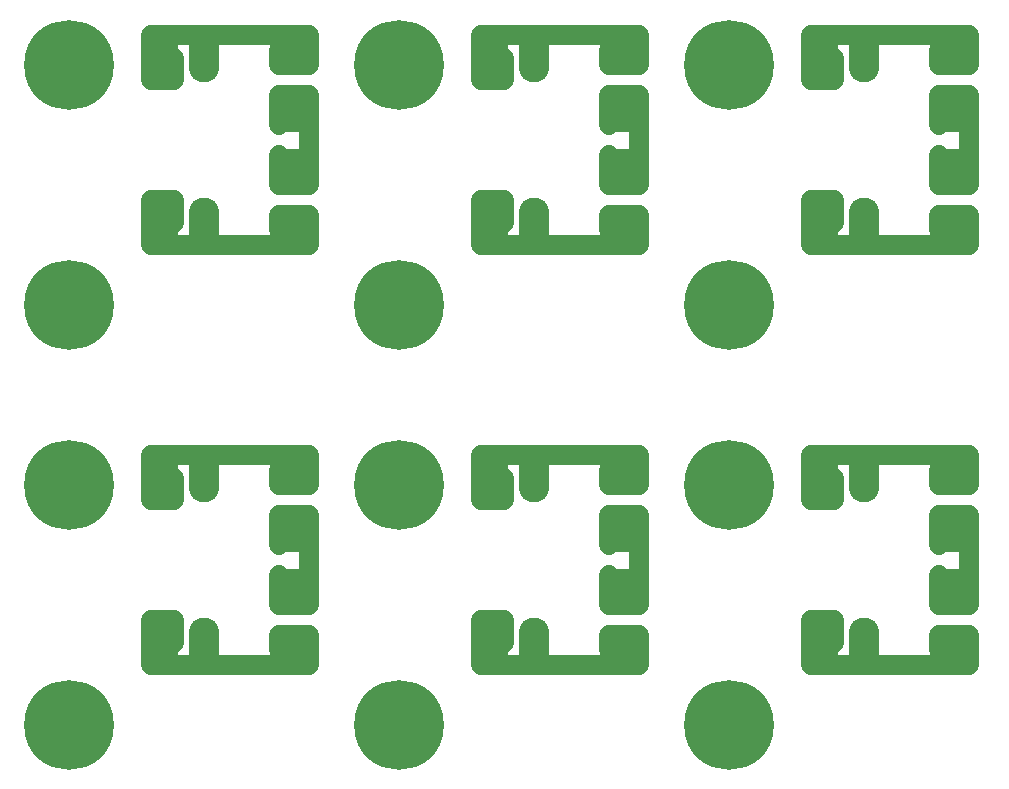
<source format=gbr>
%FSLAX34Y34*%
%MOMM*%
%LNSOLDERMASK_BOTTOM*%
G71*
G01*
%ADD10C, 2.60*%
%ADD11C, 7.60*%
%ADD12C, 1.70*%
%LPD*%
G36*
X256055Y756700D02*
X245525Y767230D01*
X245525Y782170D01*
X256055Y792700D01*
X270995Y792700D01*
X281525Y782170D01*
X281525Y767230D01*
X270995Y756700D01*
X256055Y756700D01*
G37*
G36*
X256055Y807500D02*
X245525Y818030D01*
X245525Y832970D01*
X256055Y843500D01*
X270995Y843500D01*
X281525Y832970D01*
X281525Y818030D01*
X270995Y807500D01*
X256055Y807500D01*
G37*
G36*
X256055Y858300D02*
X245525Y868830D01*
X245525Y883770D01*
X256055Y894300D01*
X270995Y894300D01*
X281525Y883770D01*
X281525Y868830D01*
X270995Y858300D01*
X256055Y858300D01*
G37*
G36*
X256055Y909100D02*
X245525Y919630D01*
X245525Y934570D01*
X256055Y945100D01*
X270995Y945100D01*
X281525Y934570D01*
X281525Y919630D01*
X270995Y909100D01*
X256055Y909100D01*
G37*
X187325Y928688D02*
G54D10*
D03*
X187325Y927100D02*
G54D10*
D03*
X187325Y925512D02*
G54D10*
D03*
X187325Y923925D02*
G54D10*
D03*
X187325Y922338D02*
G54D10*
D03*
X187325Y920750D02*
G54D10*
D03*
X187325Y919162D02*
G54D10*
D03*
X187325Y917575D02*
G54D10*
D03*
X187325Y915988D02*
G54D10*
D03*
X187325Y914400D02*
G54D10*
D03*
X187325Y912812D02*
G54D10*
D03*
X152400Y928688D02*
G54D10*
D03*
X152400Y927100D02*
G54D10*
D03*
X152400Y925512D02*
G54D10*
D03*
X152400Y923925D02*
G54D10*
D03*
X152400Y922338D02*
G54D10*
D03*
X152400Y920750D02*
G54D10*
D03*
X152400Y919162D02*
G54D10*
D03*
X152400Y917575D02*
G54D10*
D03*
X152400Y915988D02*
G54D10*
D03*
X152400Y914400D02*
G54D10*
D03*
X152400Y912812D02*
G54D10*
D03*
X187325Y788988D02*
G54D10*
D03*
X187325Y787400D02*
G54D10*
D03*
X187325Y785812D02*
G54D10*
D03*
X187325Y784225D02*
G54D10*
D03*
X187325Y782638D02*
G54D10*
D03*
X187325Y781050D02*
G54D10*
D03*
X187325Y779462D02*
G54D10*
D03*
X187325Y777875D02*
G54D10*
D03*
X187325Y776288D02*
G54D10*
D03*
X187325Y774700D02*
G54D10*
D03*
X187325Y773112D02*
G54D10*
D03*
X152400Y787400D02*
G54D10*
D03*
X152400Y788988D02*
G54D10*
D03*
X152400Y785812D02*
G54D10*
D03*
X152400Y784225D02*
G54D10*
D03*
X152400Y782638D02*
G54D10*
D03*
X152400Y781050D02*
G54D10*
D03*
X152400Y779462D02*
G54D10*
D03*
X152400Y777875D02*
G54D10*
D03*
X152400Y776288D02*
G54D10*
D03*
X152400Y774700D02*
G54D10*
D03*
X152400Y773112D02*
G54D10*
D03*
X73025Y914400D02*
G54D11*
D03*
X73025Y711200D02*
G54D11*
D03*
G54D12*
X250825Y927100D02*
X250825Y914400D01*
X276225Y914400D01*
X276225Y939800D01*
X142875Y939800D01*
X142875Y901700D01*
X161925Y901700D01*
X161925Y920750D01*
G54D12*
X250825Y774700D02*
X250825Y787400D01*
X276225Y787400D01*
X276225Y762000D01*
X142875Y762000D01*
X142875Y800100D01*
X161925Y800100D01*
X161925Y781050D01*
G54D12*
X250825Y863600D02*
X250825Y889000D01*
X276225Y889000D01*
X276225Y812800D01*
X250825Y812800D01*
X250825Y838200D01*
G36*
X535455Y756700D02*
X524925Y767230D01*
X524925Y782170D01*
X535455Y792700D01*
X550395Y792700D01*
X560925Y782170D01*
X560925Y767230D01*
X550395Y756700D01*
X535455Y756700D01*
G37*
G36*
X535455Y807500D02*
X524925Y818030D01*
X524925Y832970D01*
X535455Y843500D01*
X550395Y843500D01*
X560925Y832970D01*
X560925Y818030D01*
X550395Y807500D01*
X535455Y807500D01*
G37*
G36*
X535455Y858300D02*
X524925Y868830D01*
X524925Y883770D01*
X535455Y894300D01*
X550395Y894300D01*
X560925Y883770D01*
X560925Y868830D01*
X550395Y858300D01*
X535455Y858300D01*
G37*
G36*
X535455Y909100D02*
X524925Y919630D01*
X524925Y934570D01*
X535455Y945100D01*
X550395Y945100D01*
X560925Y934570D01*
X560925Y919630D01*
X550395Y909100D01*
X535455Y909100D01*
G37*
X466725Y928688D02*
G54D10*
D03*
X466725Y927100D02*
G54D10*
D03*
X466725Y925512D02*
G54D10*
D03*
X466725Y923925D02*
G54D10*
D03*
X466725Y922338D02*
G54D10*
D03*
X466725Y920750D02*
G54D10*
D03*
X466725Y919162D02*
G54D10*
D03*
X466725Y917575D02*
G54D10*
D03*
X466725Y915988D02*
G54D10*
D03*
X466725Y914400D02*
G54D10*
D03*
X466725Y912812D02*
G54D10*
D03*
X431800Y928688D02*
G54D10*
D03*
X431800Y927100D02*
G54D10*
D03*
X431800Y925512D02*
G54D10*
D03*
X431800Y923925D02*
G54D10*
D03*
X431800Y922338D02*
G54D10*
D03*
X431800Y920750D02*
G54D10*
D03*
X431800Y919162D02*
G54D10*
D03*
X431800Y917575D02*
G54D10*
D03*
X431800Y915988D02*
G54D10*
D03*
X431800Y914400D02*
G54D10*
D03*
X431800Y912812D02*
G54D10*
D03*
X466725Y788988D02*
G54D10*
D03*
X466725Y787400D02*
G54D10*
D03*
X466725Y785812D02*
G54D10*
D03*
X466725Y784225D02*
G54D10*
D03*
X466725Y782638D02*
G54D10*
D03*
X466725Y781050D02*
G54D10*
D03*
X466725Y779462D02*
G54D10*
D03*
X466725Y777875D02*
G54D10*
D03*
X466725Y776288D02*
G54D10*
D03*
X466725Y774700D02*
G54D10*
D03*
X466725Y773112D02*
G54D10*
D03*
X431800Y787400D02*
G54D10*
D03*
X431800Y788988D02*
G54D10*
D03*
X431800Y785812D02*
G54D10*
D03*
X431800Y784225D02*
G54D10*
D03*
X431800Y782638D02*
G54D10*
D03*
X431800Y781050D02*
G54D10*
D03*
X431800Y779462D02*
G54D10*
D03*
X431800Y777875D02*
G54D10*
D03*
X431800Y776288D02*
G54D10*
D03*
X431800Y774700D02*
G54D10*
D03*
X431800Y773112D02*
G54D10*
D03*
X352425Y914400D02*
G54D11*
D03*
X352425Y711200D02*
G54D11*
D03*
G54D12*
X530225Y927100D02*
X530225Y914400D01*
X555625Y914400D01*
X555625Y939800D01*
X422275Y939800D01*
X422275Y901700D01*
X441325Y901700D01*
X441325Y920750D01*
G54D12*
X530225Y774700D02*
X530225Y787400D01*
X555625Y787400D01*
X555625Y762000D01*
X422275Y762000D01*
X422275Y800100D01*
X441325Y800100D01*
X441325Y781050D01*
G54D12*
X530225Y863600D02*
X530225Y889000D01*
X555625Y889000D01*
X555625Y812800D01*
X530225Y812800D01*
X530225Y838200D01*
G36*
X814855Y756700D02*
X804325Y767230D01*
X804325Y782170D01*
X814855Y792700D01*
X829795Y792700D01*
X840325Y782170D01*
X840325Y767230D01*
X829795Y756700D01*
X814855Y756700D01*
G37*
G36*
X814855Y807500D02*
X804325Y818030D01*
X804325Y832970D01*
X814855Y843500D01*
X829795Y843500D01*
X840325Y832970D01*
X840325Y818030D01*
X829795Y807500D01*
X814855Y807500D01*
G37*
G36*
X814855Y858300D02*
X804325Y868830D01*
X804325Y883770D01*
X814855Y894300D01*
X829795Y894300D01*
X840325Y883770D01*
X840325Y868830D01*
X829795Y858300D01*
X814855Y858300D01*
G37*
G36*
X814855Y909100D02*
X804325Y919630D01*
X804325Y934570D01*
X814855Y945100D01*
X829795Y945100D01*
X840325Y934570D01*
X840325Y919630D01*
X829795Y909100D01*
X814855Y909100D01*
G37*
X746125Y928688D02*
G54D10*
D03*
X746125Y927100D02*
G54D10*
D03*
X746125Y925512D02*
G54D10*
D03*
X746125Y923925D02*
G54D10*
D03*
X746125Y922338D02*
G54D10*
D03*
X746125Y920750D02*
G54D10*
D03*
X746125Y919162D02*
G54D10*
D03*
X746125Y917575D02*
G54D10*
D03*
X746125Y915988D02*
G54D10*
D03*
X746125Y914400D02*
G54D10*
D03*
X746125Y912812D02*
G54D10*
D03*
X711200Y928688D02*
G54D10*
D03*
X711200Y927100D02*
G54D10*
D03*
X711200Y925512D02*
G54D10*
D03*
X711200Y923925D02*
G54D10*
D03*
X711200Y922338D02*
G54D10*
D03*
X711200Y920750D02*
G54D10*
D03*
X711200Y919162D02*
G54D10*
D03*
X711200Y917575D02*
G54D10*
D03*
X711200Y915988D02*
G54D10*
D03*
X711200Y914400D02*
G54D10*
D03*
X711200Y912812D02*
G54D10*
D03*
X746125Y788988D02*
G54D10*
D03*
X746125Y787400D02*
G54D10*
D03*
X746125Y785812D02*
G54D10*
D03*
X746125Y784225D02*
G54D10*
D03*
X746125Y782638D02*
G54D10*
D03*
X746125Y781050D02*
G54D10*
D03*
X746125Y779462D02*
G54D10*
D03*
X746125Y777875D02*
G54D10*
D03*
X746125Y776288D02*
G54D10*
D03*
X746125Y774700D02*
G54D10*
D03*
X746125Y773112D02*
G54D10*
D03*
X711200Y787400D02*
G54D10*
D03*
X711200Y788988D02*
G54D10*
D03*
X711200Y785812D02*
G54D10*
D03*
X711200Y784225D02*
G54D10*
D03*
X711200Y782638D02*
G54D10*
D03*
X711200Y781050D02*
G54D10*
D03*
X711200Y779462D02*
G54D10*
D03*
X711200Y777875D02*
G54D10*
D03*
X711200Y776288D02*
G54D10*
D03*
X711200Y774700D02*
G54D10*
D03*
X711200Y773112D02*
G54D10*
D03*
X631825Y914400D02*
G54D11*
D03*
X631825Y711200D02*
G54D11*
D03*
G54D12*
X809625Y927100D02*
X809625Y914400D01*
X835025Y914400D01*
X835025Y939800D01*
X701675Y939800D01*
X701675Y901700D01*
X720725Y901700D01*
X720725Y920750D01*
G54D12*
X809625Y774700D02*
X809625Y787400D01*
X835025Y787400D01*
X835025Y762000D01*
X701675Y762000D01*
X701675Y800100D01*
X720725Y800100D01*
X720725Y781050D01*
G54D12*
X809625Y863600D02*
X809625Y889000D01*
X835025Y889000D01*
X835025Y812800D01*
X809625Y812800D01*
X809625Y838200D01*
G36*
X256055Y401100D02*
X245525Y411630D01*
X245525Y426570D01*
X256055Y437100D01*
X270995Y437100D01*
X281525Y426570D01*
X281525Y411630D01*
X270995Y401100D01*
X256055Y401100D01*
G37*
G36*
X256055Y451900D02*
X245525Y462430D01*
X245525Y477370D01*
X256055Y487900D01*
X270995Y487900D01*
X281525Y477370D01*
X281525Y462430D01*
X270995Y451900D01*
X256055Y451900D01*
G37*
G36*
X256055Y502700D02*
X245525Y513230D01*
X245525Y528170D01*
X256055Y538700D01*
X270995Y538700D01*
X281525Y528170D01*
X281525Y513230D01*
X270995Y502700D01*
X256055Y502700D01*
G37*
G36*
X256055Y553500D02*
X245525Y564030D01*
X245525Y578970D01*
X256055Y589500D01*
X270995Y589500D01*
X281525Y578970D01*
X281525Y564030D01*
X270995Y553500D01*
X256055Y553500D01*
G37*
X187325Y573088D02*
G54D10*
D03*
X187325Y571500D02*
G54D10*
D03*
X187325Y569912D02*
G54D10*
D03*
X187325Y568325D02*
G54D10*
D03*
X187325Y566738D02*
G54D10*
D03*
X187325Y565150D02*
G54D10*
D03*
X187325Y563562D02*
G54D10*
D03*
X187325Y561975D02*
G54D10*
D03*
X187325Y560388D02*
G54D10*
D03*
X187325Y558800D02*
G54D10*
D03*
X187325Y557212D02*
G54D10*
D03*
X152400Y573088D02*
G54D10*
D03*
X152400Y571500D02*
G54D10*
D03*
X152400Y569912D02*
G54D10*
D03*
X152400Y568325D02*
G54D10*
D03*
X152400Y566738D02*
G54D10*
D03*
X152400Y565150D02*
G54D10*
D03*
X152400Y563562D02*
G54D10*
D03*
X152400Y561975D02*
G54D10*
D03*
X152400Y560388D02*
G54D10*
D03*
X152400Y558800D02*
G54D10*
D03*
X152400Y557212D02*
G54D10*
D03*
X187325Y433388D02*
G54D10*
D03*
X187325Y431800D02*
G54D10*
D03*
X187325Y430212D02*
G54D10*
D03*
X187325Y428625D02*
G54D10*
D03*
X187325Y427038D02*
G54D10*
D03*
X187325Y425450D02*
G54D10*
D03*
X187325Y423862D02*
G54D10*
D03*
X187325Y422275D02*
G54D10*
D03*
X187325Y420688D02*
G54D10*
D03*
X187325Y419100D02*
G54D10*
D03*
X187325Y417512D02*
G54D10*
D03*
X152400Y431800D02*
G54D10*
D03*
X152400Y433388D02*
G54D10*
D03*
X152400Y430212D02*
G54D10*
D03*
X152400Y428625D02*
G54D10*
D03*
X152400Y427038D02*
G54D10*
D03*
X152400Y425450D02*
G54D10*
D03*
X152400Y423862D02*
G54D10*
D03*
X152400Y422275D02*
G54D10*
D03*
X152400Y420688D02*
G54D10*
D03*
X152400Y419100D02*
G54D10*
D03*
X152400Y417512D02*
G54D10*
D03*
X73025Y558800D02*
G54D11*
D03*
X73025Y355600D02*
G54D11*
D03*
G54D12*
X250825Y571500D02*
X250825Y558800D01*
X276225Y558800D01*
X276225Y584200D01*
X142875Y584200D01*
X142875Y546100D01*
X161925Y546100D01*
X161925Y565150D01*
G54D12*
X250825Y419100D02*
X250825Y431800D01*
X276225Y431800D01*
X276225Y406400D01*
X142875Y406400D01*
X142875Y444500D01*
X161925Y444500D01*
X161925Y425450D01*
G54D12*
X250825Y508000D02*
X250825Y533400D01*
X276225Y533400D01*
X276225Y457200D01*
X250825Y457200D01*
X250825Y482600D01*
G36*
X535455Y401100D02*
X524925Y411630D01*
X524925Y426570D01*
X535455Y437100D01*
X550395Y437100D01*
X560925Y426570D01*
X560925Y411630D01*
X550395Y401100D01*
X535455Y401100D01*
G37*
G36*
X535455Y451900D02*
X524925Y462430D01*
X524925Y477370D01*
X535455Y487900D01*
X550395Y487900D01*
X560925Y477370D01*
X560925Y462430D01*
X550395Y451900D01*
X535455Y451900D01*
G37*
G36*
X535455Y502700D02*
X524925Y513230D01*
X524925Y528170D01*
X535455Y538700D01*
X550395Y538700D01*
X560925Y528170D01*
X560925Y513230D01*
X550395Y502700D01*
X535455Y502700D01*
G37*
G36*
X535455Y553500D02*
X524925Y564030D01*
X524925Y578970D01*
X535455Y589500D01*
X550395Y589500D01*
X560925Y578970D01*
X560925Y564030D01*
X550395Y553500D01*
X535455Y553500D01*
G37*
X466725Y573088D02*
G54D10*
D03*
X466725Y571500D02*
G54D10*
D03*
X466725Y569912D02*
G54D10*
D03*
X466725Y568325D02*
G54D10*
D03*
X466725Y566738D02*
G54D10*
D03*
X466725Y565150D02*
G54D10*
D03*
X466725Y563562D02*
G54D10*
D03*
X466725Y561975D02*
G54D10*
D03*
X466725Y560388D02*
G54D10*
D03*
X466725Y558800D02*
G54D10*
D03*
X466725Y557212D02*
G54D10*
D03*
X431800Y573088D02*
G54D10*
D03*
X431800Y571500D02*
G54D10*
D03*
X431800Y569912D02*
G54D10*
D03*
X431800Y568325D02*
G54D10*
D03*
X431800Y566738D02*
G54D10*
D03*
X431800Y565150D02*
G54D10*
D03*
X431800Y563562D02*
G54D10*
D03*
X431800Y561975D02*
G54D10*
D03*
X431800Y560388D02*
G54D10*
D03*
X431800Y558800D02*
G54D10*
D03*
X431800Y557212D02*
G54D10*
D03*
X466725Y433388D02*
G54D10*
D03*
X466725Y431800D02*
G54D10*
D03*
X466725Y430212D02*
G54D10*
D03*
X466725Y428625D02*
G54D10*
D03*
X466725Y427038D02*
G54D10*
D03*
X466725Y425450D02*
G54D10*
D03*
X466725Y423862D02*
G54D10*
D03*
X466725Y422275D02*
G54D10*
D03*
X466725Y420688D02*
G54D10*
D03*
X466725Y419100D02*
G54D10*
D03*
X466725Y417512D02*
G54D10*
D03*
X431800Y431800D02*
G54D10*
D03*
X431800Y433388D02*
G54D10*
D03*
X431800Y430212D02*
G54D10*
D03*
X431800Y428625D02*
G54D10*
D03*
X431800Y427038D02*
G54D10*
D03*
X431800Y425450D02*
G54D10*
D03*
X431800Y423862D02*
G54D10*
D03*
X431800Y422275D02*
G54D10*
D03*
X431800Y420688D02*
G54D10*
D03*
X431800Y419100D02*
G54D10*
D03*
X431800Y417512D02*
G54D10*
D03*
X352425Y558800D02*
G54D11*
D03*
X352425Y355600D02*
G54D11*
D03*
G54D12*
X530225Y571500D02*
X530225Y558800D01*
X555625Y558800D01*
X555625Y584200D01*
X422275Y584200D01*
X422275Y546100D01*
X441325Y546100D01*
X441325Y565150D01*
G54D12*
X530225Y419100D02*
X530225Y431800D01*
X555625Y431800D01*
X555625Y406400D01*
X422275Y406400D01*
X422275Y444500D01*
X441325Y444500D01*
X441325Y425450D01*
G54D12*
X530225Y508000D02*
X530225Y533400D01*
X555625Y533400D01*
X555625Y457200D01*
X530225Y457200D01*
X530225Y482600D01*
G36*
X814855Y401100D02*
X804325Y411630D01*
X804325Y426570D01*
X814855Y437100D01*
X829795Y437100D01*
X840325Y426570D01*
X840325Y411630D01*
X829795Y401100D01*
X814855Y401100D01*
G37*
G36*
X814855Y451900D02*
X804325Y462430D01*
X804325Y477370D01*
X814855Y487900D01*
X829795Y487900D01*
X840325Y477370D01*
X840325Y462430D01*
X829795Y451900D01*
X814855Y451900D01*
G37*
G36*
X814855Y502700D02*
X804325Y513230D01*
X804325Y528170D01*
X814855Y538700D01*
X829795Y538700D01*
X840325Y528170D01*
X840325Y513230D01*
X829795Y502700D01*
X814855Y502700D01*
G37*
G36*
X814855Y553500D02*
X804325Y564030D01*
X804325Y578970D01*
X814855Y589500D01*
X829795Y589500D01*
X840325Y578970D01*
X840325Y564030D01*
X829795Y553500D01*
X814855Y553500D01*
G37*
X746125Y573088D02*
G54D10*
D03*
X746125Y571500D02*
G54D10*
D03*
X746125Y569912D02*
G54D10*
D03*
X746125Y568325D02*
G54D10*
D03*
X746125Y566738D02*
G54D10*
D03*
X746125Y565150D02*
G54D10*
D03*
X746125Y563562D02*
G54D10*
D03*
X746125Y561975D02*
G54D10*
D03*
X746125Y560388D02*
G54D10*
D03*
X746125Y558800D02*
G54D10*
D03*
X746125Y557212D02*
G54D10*
D03*
X711200Y573088D02*
G54D10*
D03*
X711200Y571500D02*
G54D10*
D03*
X711200Y569912D02*
G54D10*
D03*
X711200Y568325D02*
G54D10*
D03*
X711200Y566738D02*
G54D10*
D03*
X711200Y565150D02*
G54D10*
D03*
X711200Y563562D02*
G54D10*
D03*
X711200Y561975D02*
G54D10*
D03*
X711200Y560388D02*
G54D10*
D03*
X711200Y558800D02*
G54D10*
D03*
X711200Y557212D02*
G54D10*
D03*
X746125Y433388D02*
G54D10*
D03*
X746125Y431800D02*
G54D10*
D03*
X746125Y430212D02*
G54D10*
D03*
X746125Y428625D02*
G54D10*
D03*
X746125Y427038D02*
G54D10*
D03*
X746125Y425450D02*
G54D10*
D03*
X746125Y423862D02*
G54D10*
D03*
X746125Y422275D02*
G54D10*
D03*
X746125Y420688D02*
G54D10*
D03*
X746125Y419100D02*
G54D10*
D03*
X746125Y417512D02*
G54D10*
D03*
X711200Y431800D02*
G54D10*
D03*
X711200Y433388D02*
G54D10*
D03*
X711200Y430212D02*
G54D10*
D03*
X711200Y428625D02*
G54D10*
D03*
X711200Y427038D02*
G54D10*
D03*
X711200Y425450D02*
G54D10*
D03*
X711200Y423862D02*
G54D10*
D03*
X711200Y422275D02*
G54D10*
D03*
X711200Y420688D02*
G54D10*
D03*
X711200Y419100D02*
G54D10*
D03*
X711200Y417512D02*
G54D10*
D03*
X631825Y558800D02*
G54D11*
D03*
X631825Y355600D02*
G54D11*
D03*
G54D12*
X809625Y571500D02*
X809625Y558800D01*
X835025Y558800D01*
X835025Y584200D01*
X701675Y584200D01*
X701675Y546100D01*
X720725Y546100D01*
X720725Y565150D01*
G54D12*
X809625Y419100D02*
X809625Y431800D01*
X835025Y431800D01*
X835025Y406400D01*
X701675Y406400D01*
X701675Y444500D01*
X720725Y444500D01*
X720725Y425450D01*
G54D12*
X809625Y508000D02*
X809625Y533400D01*
X835025Y533400D01*
X835025Y457200D01*
X809625Y457200D01*
X809625Y482600D01*
M02*

</source>
